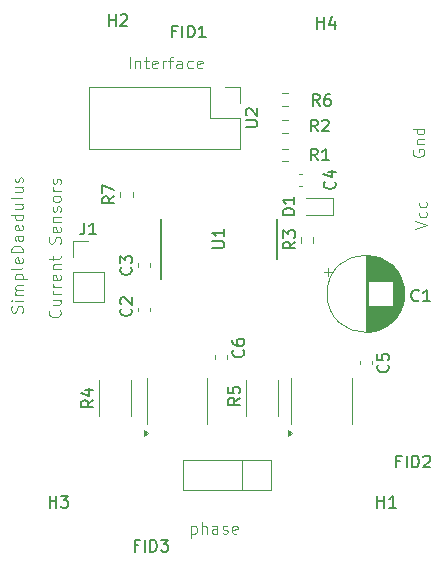
<source format=gbr>
%TF.GenerationSoftware,KiCad,Pcbnew,8.0.5*%
%TF.CreationDate,2025-12-29T14:40:48-06:00*%
%TF.ProjectId,FOC_DV,464f435f-4456-42e6-9b69-6361645f7063,rev?*%
%TF.SameCoordinates,Original*%
%TF.FileFunction,Legend,Top*%
%TF.FilePolarity,Positive*%
%FSLAX46Y46*%
G04 Gerber Fmt 4.6, Leading zero omitted, Abs format (unit mm)*
G04 Created by KiCad (PCBNEW 8.0.5) date 2025-12-29 14:40:48*
%MOMM*%
%LPD*%
G01*
G04 APERTURE LIST*
%ADD10C,0.100000*%
%ADD11C,0.150000*%
%ADD12C,0.200000*%
%ADD13C,0.120000*%
G04 APERTURE END LIST*
D10*
X164520038Y-64972306D02*
X164472419Y-65067544D01*
X164472419Y-65067544D02*
X164472419Y-65210401D01*
X164472419Y-65210401D02*
X164520038Y-65353258D01*
X164520038Y-65353258D02*
X164615276Y-65448496D01*
X164615276Y-65448496D02*
X164710514Y-65496115D01*
X164710514Y-65496115D02*
X164900990Y-65543734D01*
X164900990Y-65543734D02*
X165043847Y-65543734D01*
X165043847Y-65543734D02*
X165234323Y-65496115D01*
X165234323Y-65496115D02*
X165329561Y-65448496D01*
X165329561Y-65448496D02*
X165424800Y-65353258D01*
X165424800Y-65353258D02*
X165472419Y-65210401D01*
X165472419Y-65210401D02*
X165472419Y-65115163D01*
X165472419Y-65115163D02*
X165424800Y-64972306D01*
X165424800Y-64972306D02*
X165377180Y-64924687D01*
X165377180Y-64924687D02*
X165043847Y-64924687D01*
X165043847Y-64924687D02*
X165043847Y-65115163D01*
X164805752Y-64496115D02*
X165472419Y-64496115D01*
X164900990Y-64496115D02*
X164853371Y-64448496D01*
X164853371Y-64448496D02*
X164805752Y-64353258D01*
X164805752Y-64353258D02*
X164805752Y-64210401D01*
X164805752Y-64210401D02*
X164853371Y-64115163D01*
X164853371Y-64115163D02*
X164948609Y-64067544D01*
X164948609Y-64067544D02*
X165472419Y-64067544D01*
X165472419Y-63162782D02*
X164472419Y-63162782D01*
X165424800Y-63162782D02*
X165472419Y-63258020D01*
X165472419Y-63258020D02*
X165472419Y-63448496D01*
X165472419Y-63448496D02*
X165424800Y-63543734D01*
X165424800Y-63543734D02*
X165377180Y-63591353D01*
X165377180Y-63591353D02*
X165281942Y-63638972D01*
X165281942Y-63638972D02*
X164996228Y-63638972D01*
X164996228Y-63638972D02*
X164900990Y-63591353D01*
X164900990Y-63591353D02*
X164853371Y-63543734D01*
X164853371Y-63543734D02*
X164805752Y-63448496D01*
X164805752Y-63448496D02*
X164805752Y-63258020D01*
X164805752Y-63258020D02*
X164853371Y-63162782D01*
X164672419Y-71638972D02*
X165672419Y-71305639D01*
X165672419Y-71305639D02*
X164672419Y-70972306D01*
X165624800Y-70210401D02*
X165672419Y-70305639D01*
X165672419Y-70305639D02*
X165672419Y-70496115D01*
X165672419Y-70496115D02*
X165624800Y-70591353D01*
X165624800Y-70591353D02*
X165577180Y-70638972D01*
X165577180Y-70638972D02*
X165481942Y-70686591D01*
X165481942Y-70686591D02*
X165196228Y-70686591D01*
X165196228Y-70686591D02*
X165100990Y-70638972D01*
X165100990Y-70638972D02*
X165053371Y-70591353D01*
X165053371Y-70591353D02*
X165005752Y-70496115D01*
X165005752Y-70496115D02*
X165005752Y-70305639D01*
X165005752Y-70305639D02*
X165053371Y-70210401D01*
X165624800Y-69353258D02*
X165672419Y-69448496D01*
X165672419Y-69448496D02*
X165672419Y-69638972D01*
X165672419Y-69638972D02*
X165624800Y-69734210D01*
X165624800Y-69734210D02*
X165577180Y-69781829D01*
X165577180Y-69781829D02*
X165481942Y-69829448D01*
X165481942Y-69829448D02*
X165196228Y-69829448D01*
X165196228Y-69829448D02*
X165100990Y-69781829D01*
X165100990Y-69781829D02*
X165053371Y-69734210D01*
X165053371Y-69734210D02*
X165005752Y-69638972D01*
X165005752Y-69638972D02*
X165005752Y-69448496D01*
X165005752Y-69448496D02*
X165053371Y-69353258D01*
X131424800Y-78743734D02*
X131472419Y-78600877D01*
X131472419Y-78600877D02*
X131472419Y-78362782D01*
X131472419Y-78362782D02*
X131424800Y-78267544D01*
X131424800Y-78267544D02*
X131377180Y-78219925D01*
X131377180Y-78219925D02*
X131281942Y-78172306D01*
X131281942Y-78172306D02*
X131186704Y-78172306D01*
X131186704Y-78172306D02*
X131091466Y-78219925D01*
X131091466Y-78219925D02*
X131043847Y-78267544D01*
X131043847Y-78267544D02*
X130996228Y-78362782D01*
X130996228Y-78362782D02*
X130948609Y-78553258D01*
X130948609Y-78553258D02*
X130900990Y-78648496D01*
X130900990Y-78648496D02*
X130853371Y-78696115D01*
X130853371Y-78696115D02*
X130758133Y-78743734D01*
X130758133Y-78743734D02*
X130662895Y-78743734D01*
X130662895Y-78743734D02*
X130567657Y-78696115D01*
X130567657Y-78696115D02*
X130520038Y-78648496D01*
X130520038Y-78648496D02*
X130472419Y-78553258D01*
X130472419Y-78553258D02*
X130472419Y-78315163D01*
X130472419Y-78315163D02*
X130520038Y-78172306D01*
X131472419Y-77743734D02*
X130805752Y-77743734D01*
X130472419Y-77743734D02*
X130520038Y-77791353D01*
X130520038Y-77791353D02*
X130567657Y-77743734D01*
X130567657Y-77743734D02*
X130520038Y-77696115D01*
X130520038Y-77696115D02*
X130472419Y-77743734D01*
X130472419Y-77743734D02*
X130567657Y-77743734D01*
X131472419Y-77267544D02*
X130805752Y-77267544D01*
X130900990Y-77267544D02*
X130853371Y-77219925D01*
X130853371Y-77219925D02*
X130805752Y-77124687D01*
X130805752Y-77124687D02*
X130805752Y-76981830D01*
X130805752Y-76981830D02*
X130853371Y-76886592D01*
X130853371Y-76886592D02*
X130948609Y-76838973D01*
X130948609Y-76838973D02*
X131472419Y-76838973D01*
X130948609Y-76838973D02*
X130853371Y-76791354D01*
X130853371Y-76791354D02*
X130805752Y-76696116D01*
X130805752Y-76696116D02*
X130805752Y-76553259D01*
X130805752Y-76553259D02*
X130853371Y-76458020D01*
X130853371Y-76458020D02*
X130948609Y-76410401D01*
X130948609Y-76410401D02*
X131472419Y-76410401D01*
X130805752Y-75934211D02*
X131805752Y-75934211D01*
X130853371Y-75934211D02*
X130805752Y-75838973D01*
X130805752Y-75838973D02*
X130805752Y-75648497D01*
X130805752Y-75648497D02*
X130853371Y-75553259D01*
X130853371Y-75553259D02*
X130900990Y-75505640D01*
X130900990Y-75505640D02*
X130996228Y-75458021D01*
X130996228Y-75458021D02*
X131281942Y-75458021D01*
X131281942Y-75458021D02*
X131377180Y-75505640D01*
X131377180Y-75505640D02*
X131424800Y-75553259D01*
X131424800Y-75553259D02*
X131472419Y-75648497D01*
X131472419Y-75648497D02*
X131472419Y-75838973D01*
X131472419Y-75838973D02*
X131424800Y-75934211D01*
X131472419Y-74886592D02*
X131424800Y-74981830D01*
X131424800Y-74981830D02*
X131329561Y-75029449D01*
X131329561Y-75029449D02*
X130472419Y-75029449D01*
X131424800Y-74124687D02*
X131472419Y-74219925D01*
X131472419Y-74219925D02*
X131472419Y-74410401D01*
X131472419Y-74410401D02*
X131424800Y-74505639D01*
X131424800Y-74505639D02*
X131329561Y-74553258D01*
X131329561Y-74553258D02*
X130948609Y-74553258D01*
X130948609Y-74553258D02*
X130853371Y-74505639D01*
X130853371Y-74505639D02*
X130805752Y-74410401D01*
X130805752Y-74410401D02*
X130805752Y-74219925D01*
X130805752Y-74219925D02*
X130853371Y-74124687D01*
X130853371Y-74124687D02*
X130948609Y-74077068D01*
X130948609Y-74077068D02*
X131043847Y-74077068D01*
X131043847Y-74077068D02*
X131139085Y-74553258D01*
X131472419Y-73648496D02*
X130472419Y-73648496D01*
X130472419Y-73648496D02*
X130472419Y-73410401D01*
X130472419Y-73410401D02*
X130520038Y-73267544D01*
X130520038Y-73267544D02*
X130615276Y-73172306D01*
X130615276Y-73172306D02*
X130710514Y-73124687D01*
X130710514Y-73124687D02*
X130900990Y-73077068D01*
X130900990Y-73077068D02*
X131043847Y-73077068D01*
X131043847Y-73077068D02*
X131234323Y-73124687D01*
X131234323Y-73124687D02*
X131329561Y-73172306D01*
X131329561Y-73172306D02*
X131424800Y-73267544D01*
X131424800Y-73267544D02*
X131472419Y-73410401D01*
X131472419Y-73410401D02*
X131472419Y-73648496D01*
X131472419Y-72219925D02*
X130948609Y-72219925D01*
X130948609Y-72219925D02*
X130853371Y-72267544D01*
X130853371Y-72267544D02*
X130805752Y-72362782D01*
X130805752Y-72362782D02*
X130805752Y-72553258D01*
X130805752Y-72553258D02*
X130853371Y-72648496D01*
X131424800Y-72219925D02*
X131472419Y-72315163D01*
X131472419Y-72315163D02*
X131472419Y-72553258D01*
X131472419Y-72553258D02*
X131424800Y-72648496D01*
X131424800Y-72648496D02*
X131329561Y-72696115D01*
X131329561Y-72696115D02*
X131234323Y-72696115D01*
X131234323Y-72696115D02*
X131139085Y-72648496D01*
X131139085Y-72648496D02*
X131091466Y-72553258D01*
X131091466Y-72553258D02*
X131091466Y-72315163D01*
X131091466Y-72315163D02*
X131043847Y-72219925D01*
X131424800Y-71362782D02*
X131472419Y-71458020D01*
X131472419Y-71458020D02*
X131472419Y-71648496D01*
X131472419Y-71648496D02*
X131424800Y-71743734D01*
X131424800Y-71743734D02*
X131329561Y-71791353D01*
X131329561Y-71791353D02*
X130948609Y-71791353D01*
X130948609Y-71791353D02*
X130853371Y-71743734D01*
X130853371Y-71743734D02*
X130805752Y-71648496D01*
X130805752Y-71648496D02*
X130805752Y-71458020D01*
X130805752Y-71458020D02*
X130853371Y-71362782D01*
X130853371Y-71362782D02*
X130948609Y-71315163D01*
X130948609Y-71315163D02*
X131043847Y-71315163D01*
X131043847Y-71315163D02*
X131139085Y-71791353D01*
X131472419Y-70458020D02*
X130472419Y-70458020D01*
X131424800Y-70458020D02*
X131472419Y-70553258D01*
X131472419Y-70553258D02*
X131472419Y-70743734D01*
X131472419Y-70743734D02*
X131424800Y-70838972D01*
X131424800Y-70838972D02*
X131377180Y-70886591D01*
X131377180Y-70886591D02*
X131281942Y-70934210D01*
X131281942Y-70934210D02*
X130996228Y-70934210D01*
X130996228Y-70934210D02*
X130900990Y-70886591D01*
X130900990Y-70886591D02*
X130853371Y-70838972D01*
X130853371Y-70838972D02*
X130805752Y-70743734D01*
X130805752Y-70743734D02*
X130805752Y-70553258D01*
X130805752Y-70553258D02*
X130853371Y-70458020D01*
X130805752Y-69553258D02*
X131472419Y-69553258D01*
X130805752Y-69981829D02*
X131329561Y-69981829D01*
X131329561Y-69981829D02*
X131424800Y-69934210D01*
X131424800Y-69934210D02*
X131472419Y-69838972D01*
X131472419Y-69838972D02*
X131472419Y-69696115D01*
X131472419Y-69696115D02*
X131424800Y-69600877D01*
X131424800Y-69600877D02*
X131377180Y-69553258D01*
X131472419Y-68934210D02*
X131424800Y-69029448D01*
X131424800Y-69029448D02*
X131329561Y-69077067D01*
X131329561Y-69077067D02*
X130472419Y-69077067D01*
X130805752Y-68124686D02*
X131472419Y-68124686D01*
X130805752Y-68553257D02*
X131329561Y-68553257D01*
X131329561Y-68553257D02*
X131424800Y-68505638D01*
X131424800Y-68505638D02*
X131472419Y-68410400D01*
X131472419Y-68410400D02*
X131472419Y-68267543D01*
X131472419Y-68267543D02*
X131424800Y-68172305D01*
X131424800Y-68172305D02*
X131377180Y-68124686D01*
X131424800Y-67696114D02*
X131472419Y-67600876D01*
X131472419Y-67600876D02*
X131472419Y-67410400D01*
X131472419Y-67410400D02*
X131424800Y-67315162D01*
X131424800Y-67315162D02*
X131329561Y-67267543D01*
X131329561Y-67267543D02*
X131281942Y-67267543D01*
X131281942Y-67267543D02*
X131186704Y-67315162D01*
X131186704Y-67315162D02*
X131139085Y-67410400D01*
X131139085Y-67410400D02*
X131139085Y-67553257D01*
X131139085Y-67553257D02*
X131091466Y-67648495D01*
X131091466Y-67648495D02*
X130996228Y-67696114D01*
X130996228Y-67696114D02*
X130948609Y-67696114D01*
X130948609Y-67696114D02*
X130853371Y-67648495D01*
X130853371Y-67648495D02*
X130805752Y-67553257D01*
X130805752Y-67553257D02*
X130805752Y-67410400D01*
X130805752Y-67410400D02*
X130853371Y-67315162D01*
X140503884Y-58072419D02*
X140503884Y-57072419D01*
X140980074Y-57405752D02*
X140980074Y-58072419D01*
X140980074Y-57500990D02*
X141027693Y-57453371D01*
X141027693Y-57453371D02*
X141122931Y-57405752D01*
X141122931Y-57405752D02*
X141265788Y-57405752D01*
X141265788Y-57405752D02*
X141361026Y-57453371D01*
X141361026Y-57453371D02*
X141408645Y-57548609D01*
X141408645Y-57548609D02*
X141408645Y-58072419D01*
X141741979Y-57405752D02*
X142122931Y-57405752D01*
X141884836Y-57072419D02*
X141884836Y-57929561D01*
X141884836Y-57929561D02*
X141932455Y-58024800D01*
X141932455Y-58024800D02*
X142027693Y-58072419D01*
X142027693Y-58072419D02*
X142122931Y-58072419D01*
X142837217Y-58024800D02*
X142741979Y-58072419D01*
X142741979Y-58072419D02*
X142551503Y-58072419D01*
X142551503Y-58072419D02*
X142456265Y-58024800D01*
X142456265Y-58024800D02*
X142408646Y-57929561D01*
X142408646Y-57929561D02*
X142408646Y-57548609D01*
X142408646Y-57548609D02*
X142456265Y-57453371D01*
X142456265Y-57453371D02*
X142551503Y-57405752D01*
X142551503Y-57405752D02*
X142741979Y-57405752D01*
X142741979Y-57405752D02*
X142837217Y-57453371D01*
X142837217Y-57453371D02*
X142884836Y-57548609D01*
X142884836Y-57548609D02*
X142884836Y-57643847D01*
X142884836Y-57643847D02*
X142408646Y-57739085D01*
X143313408Y-58072419D02*
X143313408Y-57405752D01*
X143313408Y-57596228D02*
X143361027Y-57500990D01*
X143361027Y-57500990D02*
X143408646Y-57453371D01*
X143408646Y-57453371D02*
X143503884Y-57405752D01*
X143503884Y-57405752D02*
X143599122Y-57405752D01*
X143789599Y-57405752D02*
X144170551Y-57405752D01*
X143932456Y-58072419D02*
X143932456Y-57215276D01*
X143932456Y-57215276D02*
X143980075Y-57120038D01*
X143980075Y-57120038D02*
X144075313Y-57072419D01*
X144075313Y-57072419D02*
X144170551Y-57072419D01*
X144932456Y-58072419D02*
X144932456Y-57548609D01*
X144932456Y-57548609D02*
X144884837Y-57453371D01*
X144884837Y-57453371D02*
X144789599Y-57405752D01*
X144789599Y-57405752D02*
X144599123Y-57405752D01*
X144599123Y-57405752D02*
X144503885Y-57453371D01*
X144932456Y-58024800D02*
X144837218Y-58072419D01*
X144837218Y-58072419D02*
X144599123Y-58072419D01*
X144599123Y-58072419D02*
X144503885Y-58024800D01*
X144503885Y-58024800D02*
X144456266Y-57929561D01*
X144456266Y-57929561D02*
X144456266Y-57834323D01*
X144456266Y-57834323D02*
X144503885Y-57739085D01*
X144503885Y-57739085D02*
X144599123Y-57691466D01*
X144599123Y-57691466D02*
X144837218Y-57691466D01*
X144837218Y-57691466D02*
X144932456Y-57643847D01*
X145837218Y-58024800D02*
X145741980Y-58072419D01*
X145741980Y-58072419D02*
X145551504Y-58072419D01*
X145551504Y-58072419D02*
X145456266Y-58024800D01*
X145456266Y-58024800D02*
X145408647Y-57977180D01*
X145408647Y-57977180D02*
X145361028Y-57881942D01*
X145361028Y-57881942D02*
X145361028Y-57596228D01*
X145361028Y-57596228D02*
X145408647Y-57500990D01*
X145408647Y-57500990D02*
X145456266Y-57453371D01*
X145456266Y-57453371D02*
X145551504Y-57405752D01*
X145551504Y-57405752D02*
X145741980Y-57405752D01*
X145741980Y-57405752D02*
X145837218Y-57453371D01*
X146646742Y-58024800D02*
X146551504Y-58072419D01*
X146551504Y-58072419D02*
X146361028Y-58072419D01*
X146361028Y-58072419D02*
X146265790Y-58024800D01*
X146265790Y-58024800D02*
X146218171Y-57929561D01*
X146218171Y-57929561D02*
X146218171Y-57548609D01*
X146218171Y-57548609D02*
X146265790Y-57453371D01*
X146265790Y-57453371D02*
X146361028Y-57405752D01*
X146361028Y-57405752D02*
X146551504Y-57405752D01*
X146551504Y-57405752D02*
X146646742Y-57453371D01*
X146646742Y-57453371D02*
X146694361Y-57548609D01*
X146694361Y-57548609D02*
X146694361Y-57643847D01*
X146694361Y-57643847D02*
X146218171Y-57739085D01*
X145703884Y-96805752D02*
X145703884Y-97805752D01*
X145703884Y-96853371D02*
X145799122Y-96805752D01*
X145799122Y-96805752D02*
X145989598Y-96805752D01*
X145989598Y-96805752D02*
X146084836Y-96853371D01*
X146084836Y-96853371D02*
X146132455Y-96900990D01*
X146132455Y-96900990D02*
X146180074Y-96996228D01*
X146180074Y-96996228D02*
X146180074Y-97281942D01*
X146180074Y-97281942D02*
X146132455Y-97377180D01*
X146132455Y-97377180D02*
X146084836Y-97424800D01*
X146084836Y-97424800D02*
X145989598Y-97472419D01*
X145989598Y-97472419D02*
X145799122Y-97472419D01*
X145799122Y-97472419D02*
X145703884Y-97424800D01*
X146608646Y-97472419D02*
X146608646Y-96472419D01*
X147037217Y-97472419D02*
X147037217Y-96948609D01*
X147037217Y-96948609D02*
X146989598Y-96853371D01*
X146989598Y-96853371D02*
X146894360Y-96805752D01*
X146894360Y-96805752D02*
X146751503Y-96805752D01*
X146751503Y-96805752D02*
X146656265Y-96853371D01*
X146656265Y-96853371D02*
X146608646Y-96900990D01*
X147941979Y-97472419D02*
X147941979Y-96948609D01*
X147941979Y-96948609D02*
X147894360Y-96853371D01*
X147894360Y-96853371D02*
X147799122Y-96805752D01*
X147799122Y-96805752D02*
X147608646Y-96805752D01*
X147608646Y-96805752D02*
X147513408Y-96853371D01*
X147941979Y-97424800D02*
X147846741Y-97472419D01*
X147846741Y-97472419D02*
X147608646Y-97472419D01*
X147608646Y-97472419D02*
X147513408Y-97424800D01*
X147513408Y-97424800D02*
X147465789Y-97329561D01*
X147465789Y-97329561D02*
X147465789Y-97234323D01*
X147465789Y-97234323D02*
X147513408Y-97139085D01*
X147513408Y-97139085D02*
X147608646Y-97091466D01*
X147608646Y-97091466D02*
X147846741Y-97091466D01*
X147846741Y-97091466D02*
X147941979Y-97043847D01*
X148370551Y-97424800D02*
X148465789Y-97472419D01*
X148465789Y-97472419D02*
X148656265Y-97472419D01*
X148656265Y-97472419D02*
X148751503Y-97424800D01*
X148751503Y-97424800D02*
X148799122Y-97329561D01*
X148799122Y-97329561D02*
X148799122Y-97281942D01*
X148799122Y-97281942D02*
X148751503Y-97186704D01*
X148751503Y-97186704D02*
X148656265Y-97139085D01*
X148656265Y-97139085D02*
X148513408Y-97139085D01*
X148513408Y-97139085D02*
X148418170Y-97091466D01*
X148418170Y-97091466D02*
X148370551Y-96996228D01*
X148370551Y-96996228D02*
X148370551Y-96948609D01*
X148370551Y-96948609D02*
X148418170Y-96853371D01*
X148418170Y-96853371D02*
X148513408Y-96805752D01*
X148513408Y-96805752D02*
X148656265Y-96805752D01*
X148656265Y-96805752D02*
X148751503Y-96853371D01*
X149608646Y-97424800D02*
X149513408Y-97472419D01*
X149513408Y-97472419D02*
X149322932Y-97472419D01*
X149322932Y-97472419D02*
X149227694Y-97424800D01*
X149227694Y-97424800D02*
X149180075Y-97329561D01*
X149180075Y-97329561D02*
X149180075Y-96948609D01*
X149180075Y-96948609D02*
X149227694Y-96853371D01*
X149227694Y-96853371D02*
X149322932Y-96805752D01*
X149322932Y-96805752D02*
X149513408Y-96805752D01*
X149513408Y-96805752D02*
X149608646Y-96853371D01*
X149608646Y-96853371D02*
X149656265Y-96948609D01*
X149656265Y-96948609D02*
X149656265Y-97043847D01*
X149656265Y-97043847D02*
X149180075Y-97139085D01*
X134577180Y-78524687D02*
X134624800Y-78572306D01*
X134624800Y-78572306D02*
X134672419Y-78715163D01*
X134672419Y-78715163D02*
X134672419Y-78810401D01*
X134672419Y-78810401D02*
X134624800Y-78953258D01*
X134624800Y-78953258D02*
X134529561Y-79048496D01*
X134529561Y-79048496D02*
X134434323Y-79096115D01*
X134434323Y-79096115D02*
X134243847Y-79143734D01*
X134243847Y-79143734D02*
X134100990Y-79143734D01*
X134100990Y-79143734D02*
X133910514Y-79096115D01*
X133910514Y-79096115D02*
X133815276Y-79048496D01*
X133815276Y-79048496D02*
X133720038Y-78953258D01*
X133720038Y-78953258D02*
X133672419Y-78810401D01*
X133672419Y-78810401D02*
X133672419Y-78715163D01*
X133672419Y-78715163D02*
X133720038Y-78572306D01*
X133720038Y-78572306D02*
X133767657Y-78524687D01*
X134005752Y-77667544D02*
X134672419Y-77667544D01*
X134005752Y-78096115D02*
X134529561Y-78096115D01*
X134529561Y-78096115D02*
X134624800Y-78048496D01*
X134624800Y-78048496D02*
X134672419Y-77953258D01*
X134672419Y-77953258D02*
X134672419Y-77810401D01*
X134672419Y-77810401D02*
X134624800Y-77715163D01*
X134624800Y-77715163D02*
X134577180Y-77667544D01*
X134672419Y-77191353D02*
X134005752Y-77191353D01*
X134196228Y-77191353D02*
X134100990Y-77143734D01*
X134100990Y-77143734D02*
X134053371Y-77096115D01*
X134053371Y-77096115D02*
X134005752Y-77000877D01*
X134005752Y-77000877D02*
X134005752Y-76905639D01*
X134672419Y-76572305D02*
X134005752Y-76572305D01*
X134196228Y-76572305D02*
X134100990Y-76524686D01*
X134100990Y-76524686D02*
X134053371Y-76477067D01*
X134053371Y-76477067D02*
X134005752Y-76381829D01*
X134005752Y-76381829D02*
X134005752Y-76286591D01*
X134624800Y-75572305D02*
X134672419Y-75667543D01*
X134672419Y-75667543D02*
X134672419Y-75858019D01*
X134672419Y-75858019D02*
X134624800Y-75953257D01*
X134624800Y-75953257D02*
X134529561Y-76000876D01*
X134529561Y-76000876D02*
X134148609Y-76000876D01*
X134148609Y-76000876D02*
X134053371Y-75953257D01*
X134053371Y-75953257D02*
X134005752Y-75858019D01*
X134005752Y-75858019D02*
X134005752Y-75667543D01*
X134005752Y-75667543D02*
X134053371Y-75572305D01*
X134053371Y-75572305D02*
X134148609Y-75524686D01*
X134148609Y-75524686D02*
X134243847Y-75524686D01*
X134243847Y-75524686D02*
X134339085Y-76000876D01*
X134005752Y-75096114D02*
X134672419Y-75096114D01*
X134100990Y-75096114D02*
X134053371Y-75048495D01*
X134053371Y-75048495D02*
X134005752Y-74953257D01*
X134005752Y-74953257D02*
X134005752Y-74810400D01*
X134005752Y-74810400D02*
X134053371Y-74715162D01*
X134053371Y-74715162D02*
X134148609Y-74667543D01*
X134148609Y-74667543D02*
X134672419Y-74667543D01*
X134005752Y-74334209D02*
X134005752Y-73953257D01*
X133672419Y-74191352D02*
X134529561Y-74191352D01*
X134529561Y-74191352D02*
X134624800Y-74143733D01*
X134624800Y-74143733D02*
X134672419Y-74048495D01*
X134672419Y-74048495D02*
X134672419Y-73953257D01*
X134624800Y-72905637D02*
X134672419Y-72762780D01*
X134672419Y-72762780D02*
X134672419Y-72524685D01*
X134672419Y-72524685D02*
X134624800Y-72429447D01*
X134624800Y-72429447D02*
X134577180Y-72381828D01*
X134577180Y-72381828D02*
X134481942Y-72334209D01*
X134481942Y-72334209D02*
X134386704Y-72334209D01*
X134386704Y-72334209D02*
X134291466Y-72381828D01*
X134291466Y-72381828D02*
X134243847Y-72429447D01*
X134243847Y-72429447D02*
X134196228Y-72524685D01*
X134196228Y-72524685D02*
X134148609Y-72715161D01*
X134148609Y-72715161D02*
X134100990Y-72810399D01*
X134100990Y-72810399D02*
X134053371Y-72858018D01*
X134053371Y-72858018D02*
X133958133Y-72905637D01*
X133958133Y-72905637D02*
X133862895Y-72905637D01*
X133862895Y-72905637D02*
X133767657Y-72858018D01*
X133767657Y-72858018D02*
X133720038Y-72810399D01*
X133720038Y-72810399D02*
X133672419Y-72715161D01*
X133672419Y-72715161D02*
X133672419Y-72477066D01*
X133672419Y-72477066D02*
X133720038Y-72334209D01*
X134624800Y-71524685D02*
X134672419Y-71619923D01*
X134672419Y-71619923D02*
X134672419Y-71810399D01*
X134672419Y-71810399D02*
X134624800Y-71905637D01*
X134624800Y-71905637D02*
X134529561Y-71953256D01*
X134529561Y-71953256D02*
X134148609Y-71953256D01*
X134148609Y-71953256D02*
X134053371Y-71905637D01*
X134053371Y-71905637D02*
X134005752Y-71810399D01*
X134005752Y-71810399D02*
X134005752Y-71619923D01*
X134005752Y-71619923D02*
X134053371Y-71524685D01*
X134053371Y-71524685D02*
X134148609Y-71477066D01*
X134148609Y-71477066D02*
X134243847Y-71477066D01*
X134243847Y-71477066D02*
X134339085Y-71953256D01*
X134005752Y-71048494D02*
X134672419Y-71048494D01*
X134100990Y-71048494D02*
X134053371Y-71000875D01*
X134053371Y-71000875D02*
X134005752Y-70905637D01*
X134005752Y-70905637D02*
X134005752Y-70762780D01*
X134005752Y-70762780D02*
X134053371Y-70667542D01*
X134053371Y-70667542D02*
X134148609Y-70619923D01*
X134148609Y-70619923D02*
X134672419Y-70619923D01*
X134624800Y-70191351D02*
X134672419Y-70096113D01*
X134672419Y-70096113D02*
X134672419Y-69905637D01*
X134672419Y-69905637D02*
X134624800Y-69810399D01*
X134624800Y-69810399D02*
X134529561Y-69762780D01*
X134529561Y-69762780D02*
X134481942Y-69762780D01*
X134481942Y-69762780D02*
X134386704Y-69810399D01*
X134386704Y-69810399D02*
X134339085Y-69905637D01*
X134339085Y-69905637D02*
X134339085Y-70048494D01*
X134339085Y-70048494D02*
X134291466Y-70143732D01*
X134291466Y-70143732D02*
X134196228Y-70191351D01*
X134196228Y-70191351D02*
X134148609Y-70191351D01*
X134148609Y-70191351D02*
X134053371Y-70143732D01*
X134053371Y-70143732D02*
X134005752Y-70048494D01*
X134005752Y-70048494D02*
X134005752Y-69905637D01*
X134005752Y-69905637D02*
X134053371Y-69810399D01*
X134672419Y-69191351D02*
X134624800Y-69286589D01*
X134624800Y-69286589D02*
X134577180Y-69334208D01*
X134577180Y-69334208D02*
X134481942Y-69381827D01*
X134481942Y-69381827D02*
X134196228Y-69381827D01*
X134196228Y-69381827D02*
X134100990Y-69334208D01*
X134100990Y-69334208D02*
X134053371Y-69286589D01*
X134053371Y-69286589D02*
X134005752Y-69191351D01*
X134005752Y-69191351D02*
X134005752Y-69048494D01*
X134005752Y-69048494D02*
X134053371Y-68953256D01*
X134053371Y-68953256D02*
X134100990Y-68905637D01*
X134100990Y-68905637D02*
X134196228Y-68858018D01*
X134196228Y-68858018D02*
X134481942Y-68858018D01*
X134481942Y-68858018D02*
X134577180Y-68905637D01*
X134577180Y-68905637D02*
X134624800Y-68953256D01*
X134624800Y-68953256D02*
X134672419Y-69048494D01*
X134672419Y-69048494D02*
X134672419Y-69191351D01*
X134672419Y-68429446D02*
X134005752Y-68429446D01*
X134196228Y-68429446D02*
X134100990Y-68381827D01*
X134100990Y-68381827D02*
X134053371Y-68334208D01*
X134053371Y-68334208D02*
X134005752Y-68238970D01*
X134005752Y-68238970D02*
X134005752Y-68143732D01*
X134624800Y-67858017D02*
X134672419Y-67762779D01*
X134672419Y-67762779D02*
X134672419Y-67572303D01*
X134672419Y-67572303D02*
X134624800Y-67477065D01*
X134624800Y-67477065D02*
X134529561Y-67429446D01*
X134529561Y-67429446D02*
X134481942Y-67429446D01*
X134481942Y-67429446D02*
X134386704Y-67477065D01*
X134386704Y-67477065D02*
X134339085Y-67572303D01*
X134339085Y-67572303D02*
X134339085Y-67715160D01*
X134339085Y-67715160D02*
X134291466Y-67810398D01*
X134291466Y-67810398D02*
X134196228Y-67858017D01*
X134196228Y-67858017D02*
X134148609Y-67858017D01*
X134148609Y-67858017D02*
X134053371Y-67810398D01*
X134053371Y-67810398D02*
X134005752Y-67715160D01*
X134005752Y-67715160D02*
X134005752Y-67572303D01*
X134005752Y-67572303D02*
X134053371Y-67477065D01*
D11*
X156388095Y-54704819D02*
X156388095Y-53704819D01*
X156388095Y-54181009D02*
X156959523Y-54181009D01*
X156959523Y-54704819D02*
X156959523Y-53704819D01*
X157864285Y-54038152D02*
X157864285Y-54704819D01*
X157626190Y-53657200D02*
X157388095Y-54371485D01*
X157388095Y-54371485D02*
X158007142Y-54371485D01*
X133738095Y-95254819D02*
X133738095Y-94254819D01*
X133738095Y-94731009D02*
X134309523Y-94731009D01*
X134309523Y-95254819D02*
X134309523Y-94254819D01*
X134690476Y-94254819D02*
X135309523Y-94254819D01*
X135309523Y-94254819D02*
X134976190Y-94635771D01*
X134976190Y-94635771D02*
X135119047Y-94635771D01*
X135119047Y-94635771D02*
X135214285Y-94683390D01*
X135214285Y-94683390D02*
X135261904Y-94731009D01*
X135261904Y-94731009D02*
X135309523Y-94826247D01*
X135309523Y-94826247D02*
X135309523Y-95064342D01*
X135309523Y-95064342D02*
X135261904Y-95159580D01*
X135261904Y-95159580D02*
X135214285Y-95207200D01*
X135214285Y-95207200D02*
X135119047Y-95254819D01*
X135119047Y-95254819D02*
X134833333Y-95254819D01*
X134833333Y-95254819D02*
X134738095Y-95207200D01*
X134738095Y-95207200D02*
X134690476Y-95159580D01*
X138748095Y-54474819D02*
X138748095Y-53474819D01*
X138748095Y-53951009D02*
X139319523Y-53951009D01*
X139319523Y-54474819D02*
X139319523Y-53474819D01*
X139748095Y-53570057D02*
X139795714Y-53522438D01*
X139795714Y-53522438D02*
X139890952Y-53474819D01*
X139890952Y-53474819D02*
X140129047Y-53474819D01*
X140129047Y-53474819D02*
X140224285Y-53522438D01*
X140224285Y-53522438D02*
X140271904Y-53570057D01*
X140271904Y-53570057D02*
X140319523Y-53665295D01*
X140319523Y-53665295D02*
X140319523Y-53760533D01*
X140319523Y-53760533D02*
X140271904Y-53903390D01*
X140271904Y-53903390D02*
X139700476Y-54474819D01*
X139700476Y-54474819D02*
X140319523Y-54474819D01*
X161488095Y-95254819D02*
X161488095Y-94254819D01*
X161488095Y-94731009D02*
X162059523Y-94731009D01*
X162059523Y-95254819D02*
X162059523Y-94254819D01*
X163059523Y-95254819D02*
X162488095Y-95254819D01*
X162773809Y-95254819D02*
X162773809Y-94254819D01*
X162773809Y-94254819D02*
X162678571Y-94397676D01*
X162678571Y-94397676D02*
X162583333Y-94492914D01*
X162583333Y-94492914D02*
X162488095Y-94540533D01*
X147504819Y-73261904D02*
X148314342Y-73261904D01*
X148314342Y-73261904D02*
X148409580Y-73214285D01*
X148409580Y-73214285D02*
X148457200Y-73166666D01*
X148457200Y-73166666D02*
X148504819Y-73071428D01*
X148504819Y-73071428D02*
X148504819Y-72880952D01*
X148504819Y-72880952D02*
X148457200Y-72785714D01*
X148457200Y-72785714D02*
X148409580Y-72738095D01*
X148409580Y-72738095D02*
X148314342Y-72690476D01*
X148314342Y-72690476D02*
X147504819Y-72690476D01*
X148504819Y-71690476D02*
X148504819Y-72261904D01*
X148504819Y-71976190D02*
X147504819Y-71976190D01*
X147504819Y-71976190D02*
X147647676Y-72071428D01*
X147647676Y-72071428D02*
X147742914Y-72166666D01*
X147742914Y-72166666D02*
X147790533Y-72261904D01*
X139204819Y-68916666D02*
X138728628Y-69249999D01*
X139204819Y-69488094D02*
X138204819Y-69488094D01*
X138204819Y-69488094D02*
X138204819Y-69107142D01*
X138204819Y-69107142D02*
X138252438Y-69011904D01*
X138252438Y-69011904D02*
X138300057Y-68964285D01*
X138300057Y-68964285D02*
X138395295Y-68916666D01*
X138395295Y-68916666D02*
X138538152Y-68916666D01*
X138538152Y-68916666D02*
X138633390Y-68964285D01*
X138633390Y-68964285D02*
X138681009Y-69011904D01*
X138681009Y-69011904D02*
X138728628Y-69107142D01*
X138728628Y-69107142D02*
X138728628Y-69488094D01*
X138204819Y-68583332D02*
X138204819Y-67916666D01*
X138204819Y-67916666D02*
X139204819Y-68345237D01*
X156583333Y-61254819D02*
X156250000Y-60778628D01*
X156011905Y-61254819D02*
X156011905Y-60254819D01*
X156011905Y-60254819D02*
X156392857Y-60254819D01*
X156392857Y-60254819D02*
X156488095Y-60302438D01*
X156488095Y-60302438D02*
X156535714Y-60350057D01*
X156535714Y-60350057D02*
X156583333Y-60445295D01*
X156583333Y-60445295D02*
X156583333Y-60588152D01*
X156583333Y-60588152D02*
X156535714Y-60683390D01*
X156535714Y-60683390D02*
X156488095Y-60731009D01*
X156488095Y-60731009D02*
X156392857Y-60778628D01*
X156392857Y-60778628D02*
X156011905Y-60778628D01*
X157440476Y-60254819D02*
X157250000Y-60254819D01*
X157250000Y-60254819D02*
X157154762Y-60302438D01*
X157154762Y-60302438D02*
X157107143Y-60350057D01*
X157107143Y-60350057D02*
X157011905Y-60492914D01*
X157011905Y-60492914D02*
X156964286Y-60683390D01*
X156964286Y-60683390D02*
X156964286Y-61064342D01*
X156964286Y-61064342D02*
X157011905Y-61159580D01*
X157011905Y-61159580D02*
X157059524Y-61207200D01*
X157059524Y-61207200D02*
X157154762Y-61254819D01*
X157154762Y-61254819D02*
X157345238Y-61254819D01*
X157345238Y-61254819D02*
X157440476Y-61207200D01*
X157440476Y-61207200D02*
X157488095Y-61159580D01*
X157488095Y-61159580D02*
X157535714Y-61064342D01*
X157535714Y-61064342D02*
X157535714Y-60826247D01*
X157535714Y-60826247D02*
X157488095Y-60731009D01*
X157488095Y-60731009D02*
X157440476Y-60683390D01*
X157440476Y-60683390D02*
X157345238Y-60635771D01*
X157345238Y-60635771D02*
X157154762Y-60635771D01*
X157154762Y-60635771D02*
X157059524Y-60683390D01*
X157059524Y-60683390D02*
X157011905Y-60731009D01*
X157011905Y-60731009D02*
X156964286Y-60826247D01*
X154524819Y-72741666D02*
X154048628Y-73074999D01*
X154524819Y-73313094D02*
X153524819Y-73313094D01*
X153524819Y-73313094D02*
X153524819Y-72932142D01*
X153524819Y-72932142D02*
X153572438Y-72836904D01*
X153572438Y-72836904D02*
X153620057Y-72789285D01*
X153620057Y-72789285D02*
X153715295Y-72741666D01*
X153715295Y-72741666D02*
X153858152Y-72741666D01*
X153858152Y-72741666D02*
X153953390Y-72789285D01*
X153953390Y-72789285D02*
X154001009Y-72836904D01*
X154001009Y-72836904D02*
X154048628Y-72932142D01*
X154048628Y-72932142D02*
X154048628Y-73313094D01*
X153524819Y-72408332D02*
X153524819Y-71789285D01*
X153524819Y-71789285D02*
X153905771Y-72122618D01*
X153905771Y-72122618D02*
X153905771Y-71979761D01*
X153905771Y-71979761D02*
X153953390Y-71884523D01*
X153953390Y-71884523D02*
X154001009Y-71836904D01*
X154001009Y-71836904D02*
X154096247Y-71789285D01*
X154096247Y-71789285D02*
X154334342Y-71789285D01*
X154334342Y-71789285D02*
X154429580Y-71836904D01*
X154429580Y-71836904D02*
X154477200Y-71884523D01*
X154477200Y-71884523D02*
X154524819Y-71979761D01*
X154524819Y-71979761D02*
X154524819Y-72265475D01*
X154524819Y-72265475D02*
X154477200Y-72360713D01*
X154477200Y-72360713D02*
X154429580Y-72408332D01*
X154454819Y-70488094D02*
X153454819Y-70488094D01*
X153454819Y-70488094D02*
X153454819Y-70249999D01*
X153454819Y-70249999D02*
X153502438Y-70107142D01*
X153502438Y-70107142D02*
X153597676Y-70011904D01*
X153597676Y-70011904D02*
X153692914Y-69964285D01*
X153692914Y-69964285D02*
X153883390Y-69916666D01*
X153883390Y-69916666D02*
X154026247Y-69916666D01*
X154026247Y-69916666D02*
X154216723Y-69964285D01*
X154216723Y-69964285D02*
X154311961Y-70011904D01*
X154311961Y-70011904D02*
X154407200Y-70107142D01*
X154407200Y-70107142D02*
X154454819Y-70249999D01*
X154454819Y-70249999D02*
X154454819Y-70488094D01*
X154454819Y-68964285D02*
X154454819Y-69535713D01*
X154454819Y-69249999D02*
X153454819Y-69249999D01*
X153454819Y-69249999D02*
X153597676Y-69345237D01*
X153597676Y-69345237D02*
X153692914Y-69440475D01*
X153692914Y-69440475D02*
X153740533Y-69535713D01*
X141253571Y-98460509D02*
X140920238Y-98460509D01*
X140920238Y-98984319D02*
X140920238Y-97984319D01*
X140920238Y-97984319D02*
X141396428Y-97984319D01*
X141777381Y-98984319D02*
X141777381Y-97984319D01*
X142253571Y-98984319D02*
X142253571Y-97984319D01*
X142253571Y-97984319D02*
X142491666Y-97984319D01*
X142491666Y-97984319D02*
X142634523Y-98031938D01*
X142634523Y-98031938D02*
X142729761Y-98127176D01*
X142729761Y-98127176D02*
X142777380Y-98222414D01*
X142777380Y-98222414D02*
X142824999Y-98412890D01*
X142824999Y-98412890D02*
X142824999Y-98555747D01*
X142824999Y-98555747D02*
X142777380Y-98746223D01*
X142777380Y-98746223D02*
X142729761Y-98841461D01*
X142729761Y-98841461D02*
X142634523Y-98936700D01*
X142634523Y-98936700D02*
X142491666Y-98984319D01*
X142491666Y-98984319D02*
X142253571Y-98984319D01*
X143158333Y-97984319D02*
X143777380Y-97984319D01*
X143777380Y-97984319D02*
X143444047Y-98365271D01*
X143444047Y-98365271D02*
X143586904Y-98365271D01*
X143586904Y-98365271D02*
X143682142Y-98412890D01*
X143682142Y-98412890D02*
X143729761Y-98460509D01*
X143729761Y-98460509D02*
X143777380Y-98555747D01*
X143777380Y-98555747D02*
X143777380Y-98793842D01*
X143777380Y-98793842D02*
X143729761Y-98889080D01*
X143729761Y-98889080D02*
X143682142Y-98936700D01*
X143682142Y-98936700D02*
X143586904Y-98984319D01*
X143586904Y-98984319D02*
X143301190Y-98984319D01*
X143301190Y-98984319D02*
X143205952Y-98936700D01*
X143205952Y-98936700D02*
X143158333Y-98889080D01*
X163428571Y-91335509D02*
X163095238Y-91335509D01*
X163095238Y-91859319D02*
X163095238Y-90859319D01*
X163095238Y-90859319D02*
X163571428Y-90859319D01*
X163952381Y-91859319D02*
X163952381Y-90859319D01*
X164428571Y-91859319D02*
X164428571Y-90859319D01*
X164428571Y-90859319D02*
X164666666Y-90859319D01*
X164666666Y-90859319D02*
X164809523Y-90906938D01*
X164809523Y-90906938D02*
X164904761Y-91002176D01*
X164904761Y-91002176D02*
X164952380Y-91097414D01*
X164952380Y-91097414D02*
X164999999Y-91287890D01*
X164999999Y-91287890D02*
X164999999Y-91430747D01*
X164999999Y-91430747D02*
X164952380Y-91621223D01*
X164952380Y-91621223D02*
X164904761Y-91716461D01*
X164904761Y-91716461D02*
X164809523Y-91811700D01*
X164809523Y-91811700D02*
X164666666Y-91859319D01*
X164666666Y-91859319D02*
X164428571Y-91859319D01*
X165380952Y-90954557D02*
X165428571Y-90906938D01*
X165428571Y-90906938D02*
X165523809Y-90859319D01*
X165523809Y-90859319D02*
X165761904Y-90859319D01*
X165761904Y-90859319D02*
X165857142Y-90906938D01*
X165857142Y-90906938D02*
X165904761Y-90954557D01*
X165904761Y-90954557D02*
X165952380Y-91049795D01*
X165952380Y-91049795D02*
X165952380Y-91145033D01*
X165952380Y-91145033D02*
X165904761Y-91287890D01*
X165904761Y-91287890D02*
X165333333Y-91859319D01*
X165333333Y-91859319D02*
X165952380Y-91859319D01*
X144428571Y-54931009D02*
X144095238Y-54931009D01*
X144095238Y-55454819D02*
X144095238Y-54454819D01*
X144095238Y-54454819D02*
X144571428Y-54454819D01*
X144952381Y-55454819D02*
X144952381Y-54454819D01*
X145428571Y-55454819D02*
X145428571Y-54454819D01*
X145428571Y-54454819D02*
X145666666Y-54454819D01*
X145666666Y-54454819D02*
X145809523Y-54502438D01*
X145809523Y-54502438D02*
X145904761Y-54597676D01*
X145904761Y-54597676D02*
X145952380Y-54692914D01*
X145952380Y-54692914D02*
X145999999Y-54883390D01*
X145999999Y-54883390D02*
X145999999Y-55026247D01*
X145999999Y-55026247D02*
X145952380Y-55216723D01*
X145952380Y-55216723D02*
X145904761Y-55311961D01*
X145904761Y-55311961D02*
X145809523Y-55407200D01*
X145809523Y-55407200D02*
X145666666Y-55454819D01*
X145666666Y-55454819D02*
X145428571Y-55454819D01*
X146952380Y-55454819D02*
X146380952Y-55454819D01*
X146666666Y-55454819D02*
X146666666Y-54454819D01*
X146666666Y-54454819D02*
X146571428Y-54597676D01*
X146571428Y-54597676D02*
X146476190Y-54692914D01*
X146476190Y-54692914D02*
X146380952Y-54740533D01*
X150324819Y-63031904D02*
X151134342Y-63031904D01*
X151134342Y-63031904D02*
X151229580Y-62984285D01*
X151229580Y-62984285D02*
X151277200Y-62936666D01*
X151277200Y-62936666D02*
X151324819Y-62841428D01*
X151324819Y-62841428D02*
X151324819Y-62650952D01*
X151324819Y-62650952D02*
X151277200Y-62555714D01*
X151277200Y-62555714D02*
X151229580Y-62508095D01*
X151229580Y-62508095D02*
X151134342Y-62460476D01*
X151134342Y-62460476D02*
X150324819Y-62460476D01*
X150420057Y-62031904D02*
X150372438Y-61984285D01*
X150372438Y-61984285D02*
X150324819Y-61889047D01*
X150324819Y-61889047D02*
X150324819Y-61650952D01*
X150324819Y-61650952D02*
X150372438Y-61555714D01*
X150372438Y-61555714D02*
X150420057Y-61508095D01*
X150420057Y-61508095D02*
X150515295Y-61460476D01*
X150515295Y-61460476D02*
X150610533Y-61460476D01*
X150610533Y-61460476D02*
X150753390Y-61508095D01*
X150753390Y-61508095D02*
X151324819Y-62079523D01*
X151324819Y-62079523D02*
X151324819Y-61460476D01*
X149854819Y-85966666D02*
X149378628Y-86299999D01*
X149854819Y-86538094D02*
X148854819Y-86538094D01*
X148854819Y-86538094D02*
X148854819Y-86157142D01*
X148854819Y-86157142D02*
X148902438Y-86061904D01*
X148902438Y-86061904D02*
X148950057Y-86014285D01*
X148950057Y-86014285D02*
X149045295Y-85966666D01*
X149045295Y-85966666D02*
X149188152Y-85966666D01*
X149188152Y-85966666D02*
X149283390Y-86014285D01*
X149283390Y-86014285D02*
X149331009Y-86061904D01*
X149331009Y-86061904D02*
X149378628Y-86157142D01*
X149378628Y-86157142D02*
X149378628Y-86538094D01*
X148854819Y-85061904D02*
X148854819Y-85538094D01*
X148854819Y-85538094D02*
X149331009Y-85585713D01*
X149331009Y-85585713D02*
X149283390Y-85538094D01*
X149283390Y-85538094D02*
X149235771Y-85442856D01*
X149235771Y-85442856D02*
X149235771Y-85204761D01*
X149235771Y-85204761D02*
X149283390Y-85109523D01*
X149283390Y-85109523D02*
X149331009Y-85061904D01*
X149331009Y-85061904D02*
X149426247Y-85014285D01*
X149426247Y-85014285D02*
X149664342Y-85014285D01*
X149664342Y-85014285D02*
X149759580Y-85061904D01*
X149759580Y-85061904D02*
X149807200Y-85109523D01*
X149807200Y-85109523D02*
X149854819Y-85204761D01*
X149854819Y-85204761D02*
X149854819Y-85442856D01*
X149854819Y-85442856D02*
X149807200Y-85538094D01*
X149807200Y-85538094D02*
X149759580Y-85585713D01*
X137424819Y-86166666D02*
X136948628Y-86499999D01*
X137424819Y-86738094D02*
X136424819Y-86738094D01*
X136424819Y-86738094D02*
X136424819Y-86357142D01*
X136424819Y-86357142D02*
X136472438Y-86261904D01*
X136472438Y-86261904D02*
X136520057Y-86214285D01*
X136520057Y-86214285D02*
X136615295Y-86166666D01*
X136615295Y-86166666D02*
X136758152Y-86166666D01*
X136758152Y-86166666D02*
X136853390Y-86214285D01*
X136853390Y-86214285D02*
X136901009Y-86261904D01*
X136901009Y-86261904D02*
X136948628Y-86357142D01*
X136948628Y-86357142D02*
X136948628Y-86738094D01*
X136758152Y-85309523D02*
X137424819Y-85309523D01*
X136377200Y-85547618D02*
X137091485Y-85785713D01*
X137091485Y-85785713D02*
X137091485Y-85166666D01*
X156433333Y-63404819D02*
X156100000Y-62928628D01*
X155861905Y-63404819D02*
X155861905Y-62404819D01*
X155861905Y-62404819D02*
X156242857Y-62404819D01*
X156242857Y-62404819D02*
X156338095Y-62452438D01*
X156338095Y-62452438D02*
X156385714Y-62500057D01*
X156385714Y-62500057D02*
X156433333Y-62595295D01*
X156433333Y-62595295D02*
X156433333Y-62738152D01*
X156433333Y-62738152D02*
X156385714Y-62833390D01*
X156385714Y-62833390D02*
X156338095Y-62881009D01*
X156338095Y-62881009D02*
X156242857Y-62928628D01*
X156242857Y-62928628D02*
X155861905Y-62928628D01*
X156814286Y-62500057D02*
X156861905Y-62452438D01*
X156861905Y-62452438D02*
X156957143Y-62404819D01*
X156957143Y-62404819D02*
X157195238Y-62404819D01*
X157195238Y-62404819D02*
X157290476Y-62452438D01*
X157290476Y-62452438D02*
X157338095Y-62500057D01*
X157338095Y-62500057D02*
X157385714Y-62595295D01*
X157385714Y-62595295D02*
X157385714Y-62690533D01*
X157385714Y-62690533D02*
X157338095Y-62833390D01*
X157338095Y-62833390D02*
X156766667Y-63404819D01*
X156766667Y-63404819D02*
X157385714Y-63404819D01*
X156433333Y-65854819D02*
X156100000Y-65378628D01*
X155861905Y-65854819D02*
X155861905Y-64854819D01*
X155861905Y-64854819D02*
X156242857Y-64854819D01*
X156242857Y-64854819D02*
X156338095Y-64902438D01*
X156338095Y-64902438D02*
X156385714Y-64950057D01*
X156385714Y-64950057D02*
X156433333Y-65045295D01*
X156433333Y-65045295D02*
X156433333Y-65188152D01*
X156433333Y-65188152D02*
X156385714Y-65283390D01*
X156385714Y-65283390D02*
X156338095Y-65331009D01*
X156338095Y-65331009D02*
X156242857Y-65378628D01*
X156242857Y-65378628D02*
X155861905Y-65378628D01*
X157385714Y-65854819D02*
X156814286Y-65854819D01*
X157100000Y-65854819D02*
X157100000Y-64854819D01*
X157100000Y-64854819D02*
X157004762Y-64997676D01*
X157004762Y-64997676D02*
X156909524Y-65092914D01*
X156909524Y-65092914D02*
X156814286Y-65140533D01*
X136666666Y-71124819D02*
X136666666Y-71839104D01*
X136666666Y-71839104D02*
X136619047Y-71981961D01*
X136619047Y-71981961D02*
X136523809Y-72077200D01*
X136523809Y-72077200D02*
X136380952Y-72124819D01*
X136380952Y-72124819D02*
X136285714Y-72124819D01*
X137666666Y-72124819D02*
X137095238Y-72124819D01*
X137380952Y-72124819D02*
X137380952Y-71124819D01*
X137380952Y-71124819D02*
X137285714Y-71267676D01*
X137285714Y-71267676D02*
X137190476Y-71362914D01*
X137190476Y-71362914D02*
X137095238Y-71410533D01*
X150109580Y-81916666D02*
X150157200Y-81964285D01*
X150157200Y-81964285D02*
X150204819Y-82107142D01*
X150204819Y-82107142D02*
X150204819Y-82202380D01*
X150204819Y-82202380D02*
X150157200Y-82345237D01*
X150157200Y-82345237D02*
X150061961Y-82440475D01*
X150061961Y-82440475D02*
X149966723Y-82488094D01*
X149966723Y-82488094D02*
X149776247Y-82535713D01*
X149776247Y-82535713D02*
X149633390Y-82535713D01*
X149633390Y-82535713D02*
X149442914Y-82488094D01*
X149442914Y-82488094D02*
X149347676Y-82440475D01*
X149347676Y-82440475D02*
X149252438Y-82345237D01*
X149252438Y-82345237D02*
X149204819Y-82202380D01*
X149204819Y-82202380D02*
X149204819Y-82107142D01*
X149204819Y-82107142D02*
X149252438Y-81964285D01*
X149252438Y-81964285D02*
X149300057Y-81916666D01*
X149204819Y-81059523D02*
X149204819Y-81249999D01*
X149204819Y-81249999D02*
X149252438Y-81345237D01*
X149252438Y-81345237D02*
X149300057Y-81392856D01*
X149300057Y-81392856D02*
X149442914Y-81488094D01*
X149442914Y-81488094D02*
X149633390Y-81535713D01*
X149633390Y-81535713D02*
X150014342Y-81535713D01*
X150014342Y-81535713D02*
X150109580Y-81488094D01*
X150109580Y-81488094D02*
X150157200Y-81440475D01*
X150157200Y-81440475D02*
X150204819Y-81345237D01*
X150204819Y-81345237D02*
X150204819Y-81154761D01*
X150204819Y-81154761D02*
X150157200Y-81059523D01*
X150157200Y-81059523D02*
X150109580Y-81011904D01*
X150109580Y-81011904D02*
X150014342Y-80964285D01*
X150014342Y-80964285D02*
X149776247Y-80964285D01*
X149776247Y-80964285D02*
X149681009Y-81011904D01*
X149681009Y-81011904D02*
X149633390Y-81059523D01*
X149633390Y-81059523D02*
X149585771Y-81154761D01*
X149585771Y-81154761D02*
X149585771Y-81345237D01*
X149585771Y-81345237D02*
X149633390Y-81440475D01*
X149633390Y-81440475D02*
X149681009Y-81488094D01*
X149681009Y-81488094D02*
X149776247Y-81535713D01*
X162359580Y-83166666D02*
X162407200Y-83214285D01*
X162407200Y-83214285D02*
X162454819Y-83357142D01*
X162454819Y-83357142D02*
X162454819Y-83452380D01*
X162454819Y-83452380D02*
X162407200Y-83595237D01*
X162407200Y-83595237D02*
X162311961Y-83690475D01*
X162311961Y-83690475D02*
X162216723Y-83738094D01*
X162216723Y-83738094D02*
X162026247Y-83785713D01*
X162026247Y-83785713D02*
X161883390Y-83785713D01*
X161883390Y-83785713D02*
X161692914Y-83738094D01*
X161692914Y-83738094D02*
X161597676Y-83690475D01*
X161597676Y-83690475D02*
X161502438Y-83595237D01*
X161502438Y-83595237D02*
X161454819Y-83452380D01*
X161454819Y-83452380D02*
X161454819Y-83357142D01*
X161454819Y-83357142D02*
X161502438Y-83214285D01*
X161502438Y-83214285D02*
X161550057Y-83166666D01*
X161454819Y-82261904D02*
X161454819Y-82738094D01*
X161454819Y-82738094D02*
X161931009Y-82785713D01*
X161931009Y-82785713D02*
X161883390Y-82738094D01*
X161883390Y-82738094D02*
X161835771Y-82642856D01*
X161835771Y-82642856D02*
X161835771Y-82404761D01*
X161835771Y-82404761D02*
X161883390Y-82309523D01*
X161883390Y-82309523D02*
X161931009Y-82261904D01*
X161931009Y-82261904D02*
X162026247Y-82214285D01*
X162026247Y-82214285D02*
X162264342Y-82214285D01*
X162264342Y-82214285D02*
X162359580Y-82261904D01*
X162359580Y-82261904D02*
X162407200Y-82309523D01*
X162407200Y-82309523D02*
X162454819Y-82404761D01*
X162454819Y-82404761D02*
X162454819Y-82642856D01*
X162454819Y-82642856D02*
X162407200Y-82738094D01*
X162407200Y-82738094D02*
X162359580Y-82785713D01*
X157859580Y-67666666D02*
X157907200Y-67714285D01*
X157907200Y-67714285D02*
X157954819Y-67857142D01*
X157954819Y-67857142D02*
X157954819Y-67952380D01*
X157954819Y-67952380D02*
X157907200Y-68095237D01*
X157907200Y-68095237D02*
X157811961Y-68190475D01*
X157811961Y-68190475D02*
X157716723Y-68238094D01*
X157716723Y-68238094D02*
X157526247Y-68285713D01*
X157526247Y-68285713D02*
X157383390Y-68285713D01*
X157383390Y-68285713D02*
X157192914Y-68238094D01*
X157192914Y-68238094D02*
X157097676Y-68190475D01*
X157097676Y-68190475D02*
X157002438Y-68095237D01*
X157002438Y-68095237D02*
X156954819Y-67952380D01*
X156954819Y-67952380D02*
X156954819Y-67857142D01*
X156954819Y-67857142D02*
X157002438Y-67714285D01*
X157002438Y-67714285D02*
X157050057Y-67666666D01*
X157288152Y-66809523D02*
X157954819Y-66809523D01*
X156907200Y-67047618D02*
X157621485Y-67285713D01*
X157621485Y-67285713D02*
X157621485Y-66666666D01*
X140609580Y-74916666D02*
X140657200Y-74964285D01*
X140657200Y-74964285D02*
X140704819Y-75107142D01*
X140704819Y-75107142D02*
X140704819Y-75202380D01*
X140704819Y-75202380D02*
X140657200Y-75345237D01*
X140657200Y-75345237D02*
X140561961Y-75440475D01*
X140561961Y-75440475D02*
X140466723Y-75488094D01*
X140466723Y-75488094D02*
X140276247Y-75535713D01*
X140276247Y-75535713D02*
X140133390Y-75535713D01*
X140133390Y-75535713D02*
X139942914Y-75488094D01*
X139942914Y-75488094D02*
X139847676Y-75440475D01*
X139847676Y-75440475D02*
X139752438Y-75345237D01*
X139752438Y-75345237D02*
X139704819Y-75202380D01*
X139704819Y-75202380D02*
X139704819Y-75107142D01*
X139704819Y-75107142D02*
X139752438Y-74964285D01*
X139752438Y-74964285D02*
X139800057Y-74916666D01*
X139704819Y-74583332D02*
X139704819Y-73964285D01*
X139704819Y-73964285D02*
X140085771Y-74297618D01*
X140085771Y-74297618D02*
X140085771Y-74154761D01*
X140085771Y-74154761D02*
X140133390Y-74059523D01*
X140133390Y-74059523D02*
X140181009Y-74011904D01*
X140181009Y-74011904D02*
X140276247Y-73964285D01*
X140276247Y-73964285D02*
X140514342Y-73964285D01*
X140514342Y-73964285D02*
X140609580Y-74011904D01*
X140609580Y-74011904D02*
X140657200Y-74059523D01*
X140657200Y-74059523D02*
X140704819Y-74154761D01*
X140704819Y-74154761D02*
X140704819Y-74440475D01*
X140704819Y-74440475D02*
X140657200Y-74535713D01*
X140657200Y-74535713D02*
X140609580Y-74583332D01*
X140609580Y-78416666D02*
X140657200Y-78464285D01*
X140657200Y-78464285D02*
X140704819Y-78607142D01*
X140704819Y-78607142D02*
X140704819Y-78702380D01*
X140704819Y-78702380D02*
X140657200Y-78845237D01*
X140657200Y-78845237D02*
X140561961Y-78940475D01*
X140561961Y-78940475D02*
X140466723Y-78988094D01*
X140466723Y-78988094D02*
X140276247Y-79035713D01*
X140276247Y-79035713D02*
X140133390Y-79035713D01*
X140133390Y-79035713D02*
X139942914Y-78988094D01*
X139942914Y-78988094D02*
X139847676Y-78940475D01*
X139847676Y-78940475D02*
X139752438Y-78845237D01*
X139752438Y-78845237D02*
X139704819Y-78702380D01*
X139704819Y-78702380D02*
X139704819Y-78607142D01*
X139704819Y-78607142D02*
X139752438Y-78464285D01*
X139752438Y-78464285D02*
X139800057Y-78416666D01*
X139800057Y-78035713D02*
X139752438Y-77988094D01*
X139752438Y-77988094D02*
X139704819Y-77892856D01*
X139704819Y-77892856D02*
X139704819Y-77654761D01*
X139704819Y-77654761D02*
X139752438Y-77559523D01*
X139752438Y-77559523D02*
X139800057Y-77511904D01*
X139800057Y-77511904D02*
X139895295Y-77464285D01*
X139895295Y-77464285D02*
X139990533Y-77464285D01*
X139990533Y-77464285D02*
X140133390Y-77511904D01*
X140133390Y-77511904D02*
X140704819Y-78083332D01*
X140704819Y-78083332D02*
X140704819Y-77464285D01*
X164983333Y-77709580D02*
X164935714Y-77757200D01*
X164935714Y-77757200D02*
X164792857Y-77804819D01*
X164792857Y-77804819D02*
X164697619Y-77804819D01*
X164697619Y-77804819D02*
X164554762Y-77757200D01*
X164554762Y-77757200D02*
X164459524Y-77661961D01*
X164459524Y-77661961D02*
X164411905Y-77566723D01*
X164411905Y-77566723D02*
X164364286Y-77376247D01*
X164364286Y-77376247D02*
X164364286Y-77233390D01*
X164364286Y-77233390D02*
X164411905Y-77042914D01*
X164411905Y-77042914D02*
X164459524Y-76947676D01*
X164459524Y-76947676D02*
X164554762Y-76852438D01*
X164554762Y-76852438D02*
X164697619Y-76804819D01*
X164697619Y-76804819D02*
X164792857Y-76804819D01*
X164792857Y-76804819D02*
X164935714Y-76852438D01*
X164935714Y-76852438D02*
X164983333Y-76900057D01*
X165935714Y-77804819D02*
X165364286Y-77804819D01*
X165650000Y-77804819D02*
X165650000Y-76804819D01*
X165650000Y-76804819D02*
X165554762Y-76947676D01*
X165554762Y-76947676D02*
X165459524Y-77042914D01*
X165459524Y-77042914D02*
X165364286Y-77090533D01*
D12*
%TO.C,U1*%
X143150000Y-75900001D02*
X143150000Y-70799998D01*
X152950000Y-74199999D02*
X152950000Y-70799998D01*
D13*
%TO.C,R7*%
X140772500Y-68512742D02*
X140772500Y-68987258D01*
X139727500Y-68512742D02*
X139727500Y-68987258D01*
D10*
%TO.C,J3*%
X152500000Y-93750000D02*
X145000000Y-93750000D01*
X152500000Y-91250000D02*
X152500000Y-93750000D01*
X150000000Y-91250000D02*
X150000000Y-93750000D01*
X145000000Y-91250000D02*
X152500000Y-91250000D01*
X145000000Y-91250000D02*
X145000000Y-93750000D01*
D13*
%TO.C,R6*%
X153412742Y-60177500D02*
X153887258Y-60177500D01*
X153412742Y-61222500D02*
X153887258Y-61222500D01*
%TO.C,R3*%
X154977500Y-72812258D02*
X154977500Y-72337742D01*
X156022500Y-72812258D02*
X156022500Y-72337742D01*
%TO.C,D1*%
X157735000Y-70485000D02*
X157735000Y-69015000D01*
X157735000Y-69015000D02*
X155450000Y-69015000D01*
X155450000Y-70485000D02*
X157735000Y-70485000D01*
%TO.C,U4*%
X154190000Y-86250000D02*
X154190000Y-88200000D01*
X154190000Y-86250000D02*
X154190000Y-84300000D01*
X159310000Y-86250000D02*
X159310000Y-88200000D01*
X159310000Y-86250000D02*
X159310000Y-84300000D01*
X154285000Y-88950000D02*
X153955000Y-89190000D01*
X153955000Y-88710000D01*
X154285000Y-88950000D01*
G36*
X154285000Y-88950000D02*
G01*
X153955000Y-89190000D01*
X153955000Y-88710000D01*
X154285000Y-88950000D01*
G37*
%TO.C,U3*%
X141940000Y-86250000D02*
X141940000Y-88200000D01*
X141940000Y-86250000D02*
X141940000Y-84300000D01*
X147060000Y-86250000D02*
X147060000Y-88200000D01*
X147060000Y-86250000D02*
X147060000Y-84300000D01*
X142035000Y-88950000D02*
X141705000Y-89190000D01*
X141705000Y-88710000D01*
X142035000Y-88950000D01*
G36*
X142035000Y-88950000D02*
G01*
X141705000Y-89190000D01*
X141705000Y-88710000D01*
X142035000Y-88950000D01*
G37*
%TO.C,U2*%
X149870000Y-59670000D02*
X149870000Y-61000000D01*
X148540000Y-59670000D02*
X149870000Y-59670000D01*
X147270000Y-59670000D02*
X137050000Y-59670000D01*
X147270000Y-59670000D02*
X147270000Y-62270000D01*
X137050000Y-59670000D02*
X137050000Y-64870000D01*
X149870000Y-62270000D02*
X149870000Y-64870000D01*
X147270000Y-62270000D02*
X149870000Y-62270000D01*
X149870000Y-64870000D02*
X137050000Y-64870000D01*
%TO.C,R5*%
X150390000Y-87527064D02*
X150390000Y-84472936D01*
X153110000Y-87527064D02*
X153110000Y-84472936D01*
%TO.C,R4*%
X137890000Y-87527064D02*
X137890000Y-84472936D01*
X140610000Y-87527064D02*
X140610000Y-84472936D01*
%TO.C,R2*%
X153887258Y-63522500D02*
X153412742Y-63522500D01*
X153887258Y-62477500D02*
X153412742Y-62477500D01*
%TO.C,R1*%
X153887258Y-65922500D02*
X153412742Y-65922500D01*
X153887258Y-64877500D02*
X153412742Y-64877500D01*
%TO.C,J1*%
X135670000Y-72670000D02*
X137000000Y-72670000D01*
X135670000Y-74000000D02*
X135670000Y-72670000D01*
X135670000Y-75270000D02*
X135670000Y-77870000D01*
X135670000Y-75270000D02*
X138330000Y-75270000D01*
X135670000Y-77870000D02*
X138330000Y-77870000D01*
X138330000Y-75270000D02*
X138330000Y-77870000D01*
%TO.C,C6*%
X147740000Y-82640580D02*
X147740000Y-82359420D01*
X148760000Y-82640580D02*
X148760000Y-82359420D01*
%TO.C,C5*%
X159990000Y-83140580D02*
X159990000Y-82859420D01*
X161010000Y-83140580D02*
X161010000Y-82859420D01*
%TO.C,C4*%
X155140580Y-68010000D02*
X154859420Y-68010000D01*
X155140580Y-66990000D02*
X154859420Y-66990000D01*
%TO.C,C3*%
X141240000Y-74584420D02*
X141240000Y-74865580D01*
X142260000Y-74584420D02*
X142260000Y-74865580D01*
%TO.C,C2*%
X142260000Y-78359420D02*
X142260000Y-78640580D01*
X141240000Y-78359420D02*
X141240000Y-78640580D01*
%TO.C,C1*%
X163770000Y-77150000D02*
G75*
G02*
X157230000Y-77150000I-3270000J0D01*
G01*
X157230000Y-77150000D02*
G75*
G02*
X163770000Y-77150000I3270000J0D01*
G01*
X163741000Y-76748000D02*
X163741000Y-77552000D01*
X163701000Y-76517000D02*
X163701000Y-77783000D01*
X163661000Y-76348000D02*
X163661000Y-77952000D01*
X163621000Y-76210000D02*
X163621000Y-78090000D01*
X163581000Y-76091000D02*
X163581000Y-78209000D01*
X163541000Y-75985000D02*
X163541000Y-78315000D01*
X163501000Y-75888000D02*
X163501000Y-78412000D01*
X163461000Y-75800000D02*
X163461000Y-78500000D01*
X163421000Y-75718000D02*
X163421000Y-78582000D01*
X163381000Y-75641000D02*
X163381000Y-78659000D01*
X163341000Y-75569000D02*
X163341000Y-78731000D01*
X163301000Y-75500000D02*
X163301000Y-78800000D01*
X163261000Y-75436000D02*
X163261000Y-78864000D01*
X163221000Y-75374000D02*
X163221000Y-78926000D01*
X163181000Y-75316000D02*
X163181000Y-78984000D01*
X163141000Y-75260000D02*
X163141000Y-79040000D01*
X163101000Y-75206000D02*
X163101000Y-79094000D01*
X163061000Y-75155000D02*
X163061000Y-79145000D01*
X163021000Y-75106000D02*
X163021000Y-79194000D01*
X162981000Y-75058000D02*
X162981000Y-79242000D01*
X162941000Y-75013000D02*
X162941000Y-79287000D01*
X162901000Y-74968000D02*
X162901000Y-79332000D01*
X162861000Y-74926000D02*
X162861000Y-79374000D01*
X162821000Y-74885000D02*
X162821000Y-79415000D01*
X162781000Y-78190000D02*
X162781000Y-79455000D01*
X162781000Y-74845000D02*
X162781000Y-76110000D01*
X162741000Y-78190000D02*
X162741000Y-79493000D01*
X162741000Y-74807000D02*
X162741000Y-76110000D01*
X162701000Y-78190000D02*
X162701000Y-79530000D01*
X162701000Y-74770000D02*
X162701000Y-76110000D01*
X162661000Y-78190000D02*
X162661000Y-79566000D01*
X162661000Y-74734000D02*
X162661000Y-76110000D01*
X162621000Y-78190000D02*
X162621000Y-79600000D01*
X162621000Y-74700000D02*
X162621000Y-76110000D01*
X162581000Y-78190000D02*
X162581000Y-79634000D01*
X162581000Y-74666000D02*
X162581000Y-76110000D01*
X162541000Y-78190000D02*
X162541000Y-79666000D01*
X162541000Y-74634000D02*
X162541000Y-76110000D01*
X162501000Y-78190000D02*
X162501000Y-79698000D01*
X162501000Y-74602000D02*
X162501000Y-76110000D01*
X162461000Y-78190000D02*
X162461000Y-79728000D01*
X162461000Y-74572000D02*
X162461000Y-76110000D01*
X162421000Y-78190000D02*
X162421000Y-79757000D01*
X162421000Y-74543000D02*
X162421000Y-76110000D01*
X162381000Y-78190000D02*
X162381000Y-79786000D01*
X162381000Y-74514000D02*
X162381000Y-76110000D01*
X162341000Y-78190000D02*
X162341000Y-79814000D01*
X162341000Y-74486000D02*
X162341000Y-76110000D01*
X162301000Y-78190000D02*
X162301000Y-79840000D01*
X162301000Y-74460000D02*
X162301000Y-76110000D01*
X162261000Y-78190000D02*
X162261000Y-79866000D01*
X162261000Y-74434000D02*
X162261000Y-76110000D01*
X162221000Y-78190000D02*
X162221000Y-79892000D01*
X162221000Y-74408000D02*
X162221000Y-76110000D01*
X162181000Y-78190000D02*
X162181000Y-79916000D01*
X162181000Y-74384000D02*
X162181000Y-76110000D01*
X162141000Y-78190000D02*
X162141000Y-79940000D01*
X162141000Y-74360000D02*
X162141000Y-76110000D01*
X162101000Y-78190000D02*
X162101000Y-79962000D01*
X162101000Y-74338000D02*
X162101000Y-76110000D01*
X162061000Y-78190000D02*
X162061000Y-79984000D01*
X162061000Y-74316000D02*
X162061000Y-76110000D01*
X162021000Y-78190000D02*
X162021000Y-80006000D01*
X162021000Y-74294000D02*
X162021000Y-76110000D01*
X161981000Y-78190000D02*
X161981000Y-80026000D01*
X161981000Y-74274000D02*
X161981000Y-76110000D01*
X161941000Y-78190000D02*
X161941000Y-80046000D01*
X161941000Y-74254000D02*
X161941000Y-76110000D01*
X161901000Y-78190000D02*
X161901000Y-80066000D01*
X161901000Y-74234000D02*
X161901000Y-76110000D01*
X161861000Y-78190000D02*
X161861000Y-80084000D01*
X161861000Y-74216000D02*
X161861000Y-76110000D01*
X161821000Y-78190000D02*
X161821000Y-80102000D01*
X161821000Y-74198000D02*
X161821000Y-76110000D01*
X161781000Y-78190000D02*
X161781000Y-80120000D01*
X161781000Y-74180000D02*
X161781000Y-76110000D01*
X161741000Y-78190000D02*
X161741000Y-80136000D01*
X161741000Y-74164000D02*
X161741000Y-76110000D01*
X161701000Y-78190000D02*
X161701000Y-80152000D01*
X161701000Y-74148000D02*
X161701000Y-76110000D01*
X161661000Y-78190000D02*
X161661000Y-80168000D01*
X161661000Y-74132000D02*
X161661000Y-76110000D01*
X161621000Y-78190000D02*
X161621000Y-80183000D01*
X161621000Y-74117000D02*
X161621000Y-76110000D01*
X161581000Y-78190000D02*
X161581000Y-80197000D01*
X161581000Y-74103000D02*
X161581000Y-76110000D01*
X161541000Y-78190000D02*
X161541000Y-80211000D01*
X161541000Y-74089000D02*
X161541000Y-76110000D01*
X161501000Y-78190000D02*
X161501000Y-80224000D01*
X161501000Y-74076000D02*
X161501000Y-76110000D01*
X161461000Y-78190000D02*
X161461000Y-80236000D01*
X161461000Y-74064000D02*
X161461000Y-76110000D01*
X161421000Y-78190000D02*
X161421000Y-80248000D01*
X161421000Y-74052000D02*
X161421000Y-76110000D01*
X161381000Y-78190000D02*
X161381000Y-80260000D01*
X161381000Y-74040000D02*
X161381000Y-76110000D01*
X161341000Y-78190000D02*
X161341000Y-80271000D01*
X161341000Y-74029000D02*
X161341000Y-76110000D01*
X161301000Y-78190000D02*
X161301000Y-80281000D01*
X161301000Y-74019000D02*
X161301000Y-76110000D01*
X161261000Y-78190000D02*
X161261000Y-80291000D01*
X161261000Y-74009000D02*
X161261000Y-76110000D01*
X161221000Y-78190000D02*
X161221000Y-80300000D01*
X161221000Y-74000000D02*
X161221000Y-76110000D01*
X161180000Y-78190000D02*
X161180000Y-80309000D01*
X161180000Y-73991000D02*
X161180000Y-76110000D01*
X161140000Y-78190000D02*
X161140000Y-80317000D01*
X161140000Y-73983000D02*
X161140000Y-76110000D01*
X161100000Y-78190000D02*
X161100000Y-80325000D01*
X161100000Y-73975000D02*
X161100000Y-76110000D01*
X161060000Y-78190000D02*
X161060000Y-80332000D01*
X161060000Y-73968000D02*
X161060000Y-76110000D01*
X161020000Y-78190000D02*
X161020000Y-80339000D01*
X161020000Y-73961000D02*
X161020000Y-76110000D01*
X160980000Y-78190000D02*
X160980000Y-80345000D01*
X160980000Y-73955000D02*
X160980000Y-76110000D01*
X160940000Y-78190000D02*
X160940000Y-80351000D01*
X160940000Y-73949000D02*
X160940000Y-76110000D01*
X160900000Y-78190000D02*
X160900000Y-80356000D01*
X160900000Y-73944000D02*
X160900000Y-76110000D01*
X160860000Y-78190000D02*
X160860000Y-80361000D01*
X160860000Y-73939000D02*
X160860000Y-76110000D01*
X160820000Y-78190000D02*
X160820000Y-80365000D01*
X160820000Y-73935000D02*
X160820000Y-76110000D01*
X160780000Y-78190000D02*
X160780000Y-80368000D01*
X160780000Y-73932000D02*
X160780000Y-76110000D01*
X160740000Y-78190000D02*
X160740000Y-80372000D01*
X160740000Y-73928000D02*
X160740000Y-76110000D01*
X160700000Y-73926000D02*
X160700000Y-80374000D01*
X160660000Y-73923000D02*
X160660000Y-80377000D01*
X160620000Y-73922000D02*
X160620000Y-80378000D01*
X160580000Y-73920000D02*
X160580000Y-80380000D01*
X160540000Y-73920000D02*
X160540000Y-80380000D01*
X160500000Y-73920000D02*
X160500000Y-80380000D01*
X157314759Y-74996000D02*
X157314759Y-75626000D01*
X156999759Y-75311000D02*
X157629759Y-75311000D01*
%TD*%
M02*

</source>
